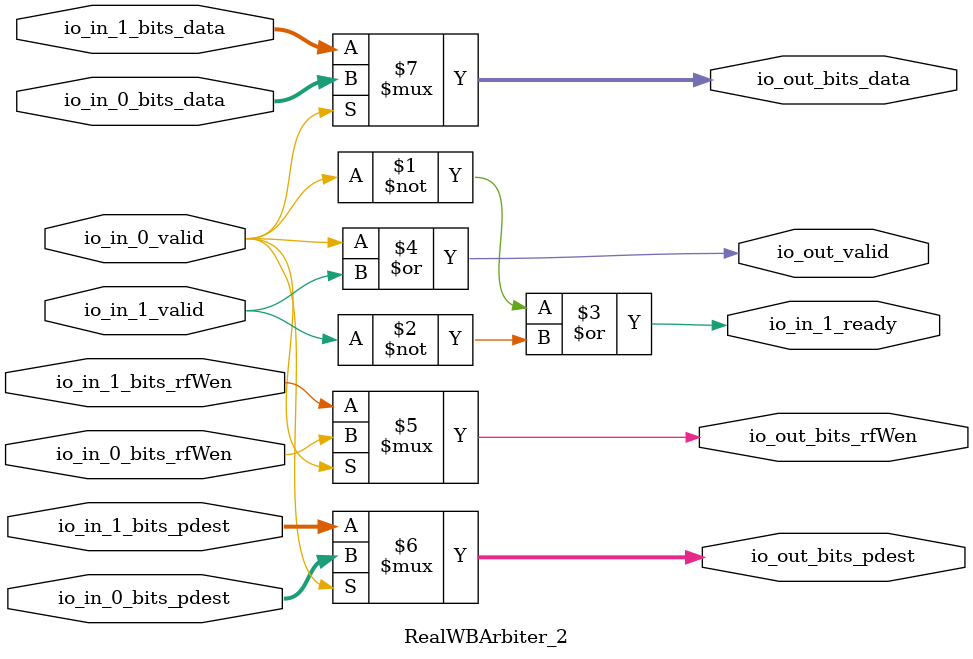
<source format=sv>
`ifndef RANDOMIZE
  `ifdef RANDOMIZE_MEM_INIT
    `define RANDOMIZE
  `endif // RANDOMIZE_MEM_INIT
`endif // not def RANDOMIZE
`ifndef RANDOMIZE
  `ifdef RANDOMIZE_REG_INIT
    `define RANDOMIZE
  `endif // RANDOMIZE_REG_INIT
`endif // not def RANDOMIZE

`ifndef RANDOM
  `define RANDOM $random
`endif // not def RANDOM

// Users can define INIT_RANDOM as general code that gets injected into the
// initializer block for modules with registers.
`ifndef INIT_RANDOM
  `define INIT_RANDOM
`endif // not def INIT_RANDOM

// If using random initialization, you can also define RANDOMIZE_DELAY to
// customize the delay used, otherwise 0.002 is used.
`ifndef RANDOMIZE_DELAY
  `define RANDOMIZE_DELAY 0.002
`endif // not def RANDOMIZE_DELAY

// Define INIT_RANDOM_PROLOG_ for use in our modules below.
`ifndef INIT_RANDOM_PROLOG_
  `ifdef RANDOMIZE
    `ifdef VERILATOR
      `define INIT_RANDOM_PROLOG_ `INIT_RANDOM
    `else  // VERILATOR
      `define INIT_RANDOM_PROLOG_ `INIT_RANDOM #`RANDOMIZE_DELAY begin end
    `endif // VERILATOR
  `else  // RANDOMIZE
    `define INIT_RANDOM_PROLOG_
  `endif // RANDOMIZE
`endif // not def INIT_RANDOM_PROLOG_

// Include register initializers in init blocks unless synthesis is set
`ifndef SYNTHESIS
  `ifndef ENABLE_INITIAL_REG_
    `define ENABLE_INITIAL_REG_
  `endif // not def ENABLE_INITIAL_REG_
`endif // not def SYNTHESIS

// Include rmemory initializers in init blocks unless synthesis is set
`ifndef SYNTHESIS
  `ifndef ENABLE_INITIAL_MEM_
    `define ENABLE_INITIAL_MEM_
  `endif // not def ENABLE_INITIAL_MEM_
`endif // not def SYNTHESIS

module RealWBArbiter_2(
  input         io_in_0_valid,
  input         io_in_0_bits_rfWen,
  input  [5:0]  io_in_0_bits_pdest,
  input  [63:0] io_in_0_bits_data,
  output        io_in_1_ready,
  input         io_in_1_valid,
  input         io_in_1_bits_rfWen,
  input  [5:0]  io_in_1_bits_pdest,
  input  [63:0] io_in_1_bits_data,
  output        io_out_valid,
  output        io_out_bits_rfWen,
  output [5:0]  io_out_bits_pdest,
  output [63:0] io_out_bits_data
);

  assign io_in_1_ready = ~io_in_0_valid | ~io_in_1_valid;
  assign io_out_valid = io_in_0_valid | io_in_1_valid;
  assign io_out_bits_rfWen = io_in_0_valid ? io_in_0_bits_rfWen : io_in_1_bits_rfWen;
  assign io_out_bits_pdest = io_in_0_valid ? io_in_0_bits_pdest : io_in_1_bits_pdest;
  assign io_out_bits_data = io_in_0_valid ? io_in_0_bits_data : io_in_1_bits_data;
endmodule


</source>
